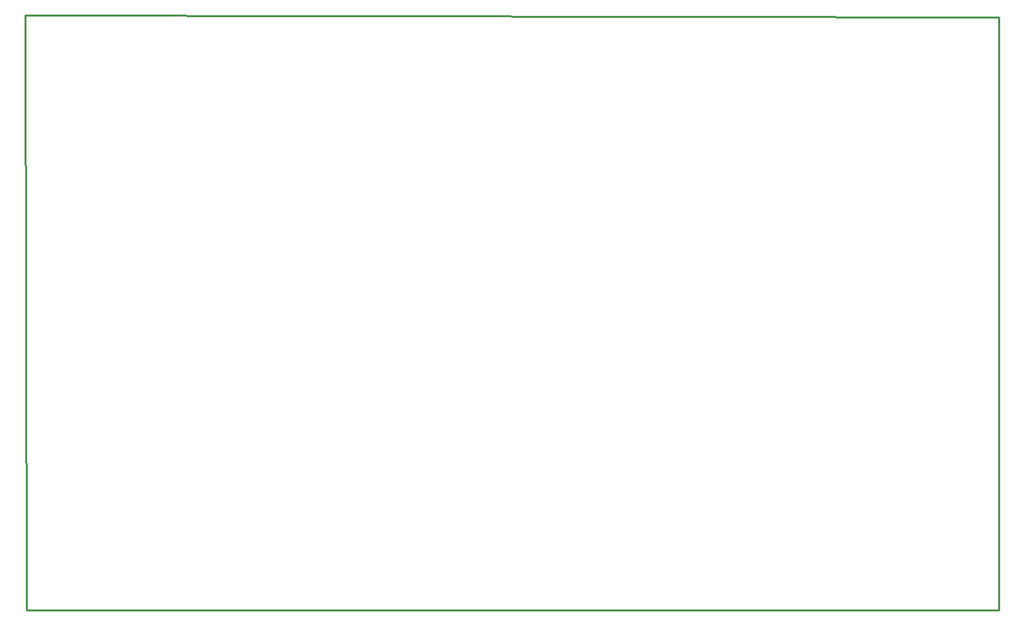
<source format=gko>
G04 Layer: BoardOutline*
G04 EasyEDA v6.4.19.5, 2021-06-10T14:33:20+08:00*
G04 9e1f3d37501d475aaa4ecbe86871836b,ce7df3decd3943efa2da757d0dc3e78d,10*
G04 Gerber Generator version 0.2*
G04 Scale: 100 percent, Rotated: No, Reflected: No *
G04 Dimensions in millimeters *
G04 leading zeros omitted , absolute positions ,4 integer and 5 decimal *
%FSLAX45Y45*%
%MOMM*%

%ADD10C,0.2540*%
D10*
X520700Y-1765300D02*
G01*
X12966700Y-1790700D01*
X12966700Y-9372600D01*
X533400Y-9372600D01*
X520700Y-1765300D01*

%LPD*%
M02*

</source>
